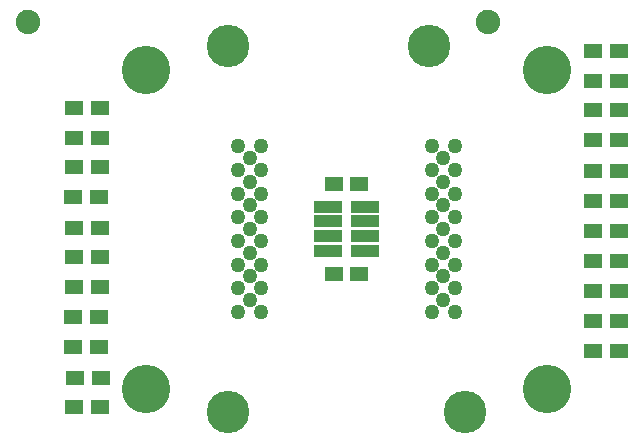
<source format=gbs>
G04 #@! TF.FileFunction,Soldermask,Bot*
%FSLAX46Y46*%
G04 Gerber Fmt 4.6, Leading zero omitted, Abs format (unit mm)*
G04 Created by KiCad (PCBNEW 4.0.1-stable) date 2/1/2017 11:43:10 PM*
%MOMM*%
G01*
G04 APERTURE LIST*
%ADD10C,0.100000*%
%ADD11C,2.076400*%
%ADD12C,4.100000*%
%ADD13R,2.400000X1.100000*%
%ADD14R,1.600000X1.300000*%
%ADD15C,1.260000*%
%ADD16C,3.600000*%
G04 APERTURE END LIST*
D10*
D11*
X-27000000Y17500000D03*
X12000000Y17500000D03*
D12*
X-17000000Y13500000D03*
X-17000000Y-13500000D03*
X17000000Y-13500000D03*
X17000000Y13500000D03*
D13*
X1600000Y-1850000D03*
X-1600000Y-1850000D03*
X-1600000Y-600000D03*
X-1600000Y650000D03*
X-1600000Y1900000D03*
X1600000Y1900000D03*
X1600000Y650000D03*
X1600000Y-600000D03*
D14*
X-23091320Y-4912360D03*
X-20891320Y-4912360D03*
D15*
X7200000Y7000000D03*
X-7200000Y7000000D03*
X-9200000Y7000000D03*
X-8200000Y6000000D03*
X-7200000Y5000000D03*
X-9200000Y5000000D03*
X-8200000Y4000000D03*
X-7200000Y3000000D03*
X-9200000Y3000000D03*
X-8200000Y2000000D03*
X-7200000Y1000000D03*
X-9200000Y1000000D03*
X-8200000Y0D03*
X-9200000Y-1000000D03*
X-7200000Y-1000000D03*
X-8200000Y-2000000D03*
X-9200000Y-3000000D03*
X-7200000Y-3000000D03*
X-8200000Y-4000000D03*
X-9200000Y-5000000D03*
X-7200000Y-5000000D03*
X-8200000Y-6000000D03*
X-9200000Y-7000000D03*
X-7200000Y-7000000D03*
X9200000Y7000000D03*
X8200000Y6000000D03*
X7200000Y5000000D03*
X9200000Y5000000D03*
X8200000Y4000000D03*
X7200000Y3000000D03*
X9200000Y3000000D03*
X8200000Y2000000D03*
X7200000Y1000000D03*
X9200000Y1000000D03*
X8200000Y0D03*
X9200000Y-1000000D03*
X7200000Y-1000000D03*
X8200000Y-2000000D03*
X9200000Y-3000000D03*
X7200000Y-3000000D03*
X8200000Y-4000000D03*
X9200000Y-5000000D03*
X7200000Y-5000000D03*
X8200000Y-6000000D03*
X9200000Y-7000000D03*
X7200000Y-7000000D03*
D16*
X-10000000Y15500000D03*
X-10000000Y-15500000D03*
X10000000Y-15500000D03*
X7000000Y15500000D03*
D14*
X-23045600Y10287000D03*
X-20845600Y10287000D03*
X-23045600Y7721600D03*
X-20845600Y7721600D03*
X-23071000Y5257800D03*
X-20871000Y5257800D03*
X-23134500Y2679700D03*
X-20934500Y2679700D03*
X-23106560Y121920D03*
X-20906560Y121920D03*
X-23106560Y-2397760D03*
X-20906560Y-2397760D03*
X-23121800Y-7472680D03*
X-20921800Y-7472680D03*
X-23137040Y-10012680D03*
X-20937040Y-10012680D03*
X-22984640Y-12573000D03*
X-20784640Y-12573000D03*
X-23076080Y-15087600D03*
X-20876080Y-15087600D03*
X20900000Y15100000D03*
X23100000Y15100000D03*
X20875000Y12575000D03*
X23075000Y12575000D03*
X20875000Y10050000D03*
X23075000Y10050000D03*
X20875000Y7500000D03*
X23075000Y7500000D03*
X20850000Y4900000D03*
X23050000Y4900000D03*
X20850000Y2375000D03*
X23050000Y2375000D03*
X20875000Y-175000D03*
X23075000Y-175000D03*
X20875000Y-2725000D03*
X23075000Y-2725000D03*
X20875000Y-5225000D03*
X23075000Y-5225000D03*
X20875000Y-7750000D03*
X23075000Y-7750000D03*
X20875000Y-10350000D03*
X23075000Y-10350000D03*
X1100000Y3810000D03*
X-1100000Y3810000D03*
X-1100000Y-3810000D03*
X1100000Y-3810000D03*
M02*

</source>
